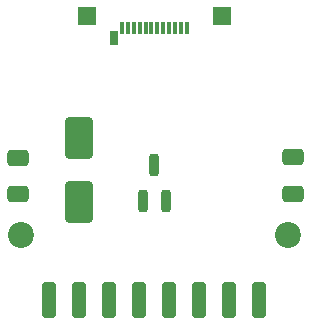
<source format=gbr>
%TF.GenerationSoftware,KiCad,Pcbnew,9.0.7*%
%TF.CreationDate,2026-02-26T13:23:58-05:00*%
%TF.ProjectId,Mag Charger,4d616720-4368-4617-9267-65722e6b6963,X1*%
%TF.SameCoordinates,Original*%
%TF.FileFunction,Soldermask,Top*%
%TF.FilePolarity,Negative*%
%FSLAX46Y46*%
G04 Gerber Fmt 4.6, Leading zero omitted, Abs format (unit mm)*
G04 Created by KiCad (PCBNEW 9.0.7) date 2026-02-26 13:23:58*
%MOMM*%
%LPD*%
G01*
G04 APERTURE LIST*
G04 Aperture macros list*
%AMRoundRect*
0 Rectangle with rounded corners*
0 $1 Rounding radius*
0 $2 $3 $4 $5 $6 $7 $8 $9 X,Y pos of 4 corners*
0 Add a 4 corners polygon primitive as box body*
4,1,4,$2,$3,$4,$5,$6,$7,$8,$9,$2,$3,0*
0 Add four circle primitives for the rounded corners*
1,1,$1+$1,$2,$3*
1,1,$1+$1,$4,$5*
1,1,$1+$1,$6,$7*
1,1,$1+$1,$8,$9*
0 Add four rect primitives between the rounded corners*
20,1,$1+$1,$2,$3,$4,$5,0*
20,1,$1+$1,$4,$5,$6,$7,0*
20,1,$1+$1,$6,$7,$8,$9,0*
20,1,$1+$1,$8,$9,$2,$3,0*%
G04 Aperture macros list end*
%ADD10C,2.200000*%
%ADD11R,1.500000X1.500000*%
%ADD12R,0.380000X1.000000*%
%ADD13R,0.700000X1.150000*%
%ADD14RoundRect,0.250000X0.900000X-1.500000X0.900000X1.500000X-0.900000X1.500000X-0.900000X-1.500000X0*%
%ADD15RoundRect,0.250000X0.650000X-0.412500X0.650000X0.412500X-0.650000X0.412500X-0.650000X-0.412500X0*%
%ADD16RoundRect,0.200000X0.200000X-0.750000X0.200000X0.750000X-0.200000X0.750000X-0.200000X-0.750000X0*%
%ADD17RoundRect,0.250000X-0.350000X-1.250000X0.350000X-1.250000X0.350000X1.250000X-0.350000X1.250000X0*%
G04 APERTURE END LIST*
D10*
%TO.C,H1*%
X97000000Y-142460000D03*
%TD*%
%TO.C,H2*%
X119600000Y-142460000D03*
%TD*%
D11*
%TO.C,TP1*%
X102600000Y-123960000D03*
%TD*%
%TO.C,TP3*%
X114000000Y-123960000D03*
%TD*%
D12*
%TO.C,P1*%
X105550000Y-125000000D03*
X106050000Y-125000000D03*
X106550000Y-125000000D03*
X107050000Y-125000000D03*
X107550000Y-125000000D03*
X108050000Y-125000000D03*
X108550000Y-125000000D03*
X109050000Y-125000000D03*
X109550000Y-125000000D03*
X110050000Y-125000000D03*
X110550000Y-125000000D03*
X111050000Y-125000000D03*
D13*
X104880000Y-125840000D03*
%TD*%
D14*
%TO.C,D1*%
X101900000Y-139700000D03*
X101900000Y-134300000D03*
%TD*%
D15*
%TO.C,C2*%
X96750000Y-139062500D03*
X96750000Y-135937500D03*
%TD*%
D16*
%TO.C,D2*%
X107350000Y-139582000D03*
X109250000Y-139582000D03*
X108300000Y-136582000D03*
%TD*%
D17*
%TO.C,J1*%
X99410000Y-147955000D03*
X101950000Y-147955000D03*
X104490000Y-147955000D03*
X107030000Y-147955000D03*
X109570000Y-147955000D03*
X112110000Y-147955000D03*
X114650000Y-147955000D03*
X117190000Y-147955000D03*
%TD*%
D15*
%TO.C,C1*%
X120000000Y-139000000D03*
X120000000Y-135875000D03*
%TD*%
M02*

</source>
